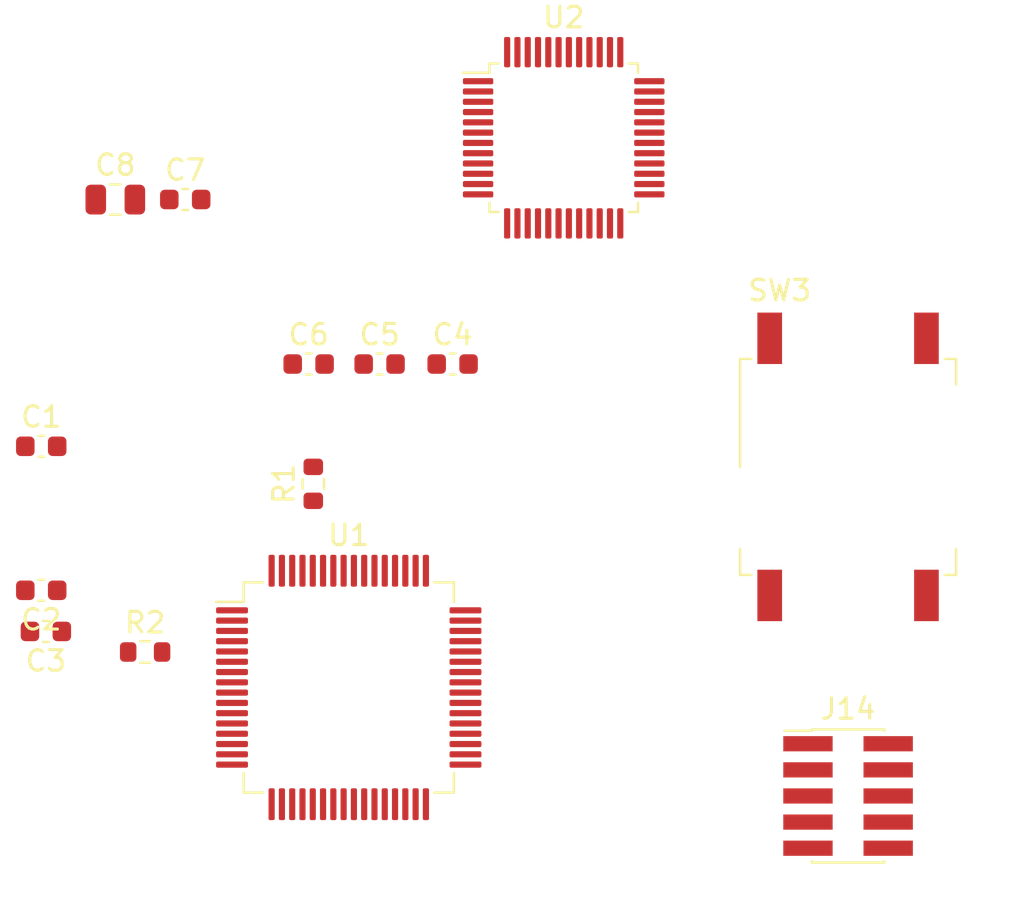
<source format=kicad_pcb>
(kicad_pcb (version 20171130) (host pcbnew "(5.1.7-0-10_14)")

  (general
    (thickness 1.6)
    (drawings 0)
    (tracks 0)
    (zones 0)
    (modules 14)
    (nets 12)
  )

  (page A4)
  (layers
    (0 F.Cu signal)
    (31 B.Cu signal)
    (32 B.Adhes user)
    (33 F.Adhes user)
    (34 B.Paste user)
    (35 F.Paste user)
    (36 B.SilkS user)
    (37 F.SilkS user)
    (38 B.Mask user)
    (39 F.Mask user)
    (40 Dwgs.User user)
    (41 Cmts.User user)
    (42 Eco1.User user)
    (43 Eco2.User user)
    (44 Edge.Cuts user)
    (45 Margin user)
    (46 B.CrtYd user)
    (47 F.CrtYd user)
    (48 B.Fab user)
    (49 F.Fab user)
  )

  (setup
    (last_trace_width 0.25)
    (trace_clearance 0.2)
    (zone_clearance 0.508)
    (zone_45_only no)
    (trace_min 0.2)
    (via_size 0.8)
    (via_drill 0.4)
    (via_min_size 0.4)
    (via_min_drill 0.3)
    (uvia_size 0.3)
    (uvia_drill 0.1)
    (uvias_allowed no)
    (uvia_min_size 0.2)
    (uvia_min_drill 0.1)
    (edge_width 0.05)
    (segment_width 0.2)
    (pcb_text_width 0.3)
    (pcb_text_size 1.5 1.5)
    (mod_edge_width 0.12)
    (mod_text_size 1 1)
    (mod_text_width 0.15)
    (pad_size 1.524 1.524)
    (pad_drill 0.762)
    (pad_to_mask_clearance 0)
    (aux_axis_origin 0 0)
    (visible_elements FFFFFF7F)
    (pcbplotparams
      (layerselection 0x010fc_ffffffff)
      (usegerberextensions false)
      (usegerberattributes true)
      (usegerberadvancedattributes true)
      (creategerberjobfile true)
      (excludeedgelayer true)
      (linewidth 0.100000)
      (plotframeref false)
      (viasonmask false)
      (mode 1)
      (useauxorigin false)
      (hpglpennumber 1)
      (hpglpenspeed 20)
      (hpglpendiameter 15.000000)
      (psnegative false)
      (psa4output false)
      (plotreference true)
      (plotvalue true)
      (plotinvisibletext false)
      (padsonsilk false)
      (subtractmaskfromsilk false)
      (outputformat 1)
      (mirror false)
      (drillshape 1)
      (scaleselection 1)
      (outputdirectory ""))
  )

  (net 0 "")
  (net 1 +3V3)
  (net 2 GND)
  (net 3 "Net-(R1-Pad1)")
  (net 4 VDDA)
  (net 5 GNDA)
  (net 6 /NRST)
  (net 7 "Net-(C3-Pad1)")
  (net 8 "Net-(C2-Pad1)")
  (net 9 /SWCLK)
  (net 10 /SWDIO)
  (net 11 "Net-(R2-Pad2)")

  (net_class Default "This is the default net class."
    (clearance 0.2)
    (trace_width 0.25)
    (via_dia 0.8)
    (via_drill 0.4)
    (uvia_dia 0.3)
    (uvia_drill 0.1)
    (add_net +3V3)
    (add_net /NRST)
    (add_net /SWCLK)
    (add_net /SWDIO)
    (add_net GND)
    (add_net GNDA)
    (add_net "Net-(C2-Pad1)")
    (add_net "Net-(C3-Pad1)")
    (add_net "Net-(J14-Pad6)")
    (add_net "Net-(J14-Pad7)")
    (add_net "Net-(J14-Pad8)")
    (add_net "Net-(R1-Pad1)")
    (add_net "Net-(R2-Pad2)")
    (add_net "Net-(U1-Pad10)")
    (add_net "Net-(U1-Pad11)")
    (add_net "Net-(U1-Pad14)")
    (add_net "Net-(U1-Pad15)")
    (add_net "Net-(U1-Pad16)")
    (add_net "Net-(U1-Pad17)")
    (add_net "Net-(U1-Pad18)")
    (add_net "Net-(U1-Pad19)")
    (add_net "Net-(U1-Pad2)")
    (add_net "Net-(U1-Pad20)")
    (add_net "Net-(U1-Pad21)")
    (add_net "Net-(U1-Pad22)")
    (add_net "Net-(U1-Pad23)")
    (add_net "Net-(U1-Pad24)")
    (add_net "Net-(U1-Pad25)")
    (add_net "Net-(U1-Pad26)")
    (add_net "Net-(U1-Pad27)")
    (add_net "Net-(U1-Pad28)")
    (add_net "Net-(U1-Pad29)")
    (add_net "Net-(U1-Pad3)")
    (add_net "Net-(U1-Pad30)")
    (add_net "Net-(U1-Pad33)")
    (add_net "Net-(U1-Pad34)")
    (add_net "Net-(U1-Pad35)")
    (add_net "Net-(U1-Pad36)")
    (add_net "Net-(U1-Pad37)")
    (add_net "Net-(U1-Pad38)")
    (add_net "Net-(U1-Pad39)")
    (add_net "Net-(U1-Pad4)")
    (add_net "Net-(U1-Pad40)")
    (add_net "Net-(U1-Pad41)")
    (add_net "Net-(U1-Pad42)")
    (add_net "Net-(U1-Pad43)")
    (add_net "Net-(U1-Pad44)")
    (add_net "Net-(U1-Pad45)")
    (add_net "Net-(U1-Pad47)")
    (add_net "Net-(U1-Pad48)")
    (add_net "Net-(U1-Pad50)")
    (add_net "Net-(U1-Pad51)")
    (add_net "Net-(U1-Pad52)")
    (add_net "Net-(U1-Pad53)")
    (add_net "Net-(U1-Pad54)")
    (add_net "Net-(U1-Pad55)")
    (add_net "Net-(U1-Pad56)")
    (add_net "Net-(U1-Pad57)")
    (add_net "Net-(U1-Pad58)")
    (add_net "Net-(U1-Pad59)")
    (add_net "Net-(U1-Pad61)")
    (add_net "Net-(U1-Pad62)")
    (add_net "Net-(U1-Pad8)")
    (add_net "Net-(U1-Pad9)")
    (add_net "Net-(U2-Pad1)")
    (add_net "Net-(U2-Pad10)")
    (add_net "Net-(U2-Pad11)")
    (add_net "Net-(U2-Pad12)")
    (add_net "Net-(U2-Pad13)")
    (add_net "Net-(U2-Pad14)")
    (add_net "Net-(U2-Pad15)")
    (add_net "Net-(U2-Pad16)")
    (add_net "Net-(U2-Pad17)")
    (add_net "Net-(U2-Pad18)")
    (add_net "Net-(U2-Pad19)")
    (add_net "Net-(U2-Pad2)")
    (add_net "Net-(U2-Pad20)")
    (add_net "Net-(U2-Pad21)")
    (add_net "Net-(U2-Pad22)")
    (add_net "Net-(U2-Pad23)")
    (add_net "Net-(U2-Pad24)")
    (add_net "Net-(U2-Pad25)")
    (add_net "Net-(U2-Pad26)")
    (add_net "Net-(U2-Pad27)")
    (add_net "Net-(U2-Pad28)")
    (add_net "Net-(U2-Pad29)")
    (add_net "Net-(U2-Pad3)")
    (add_net "Net-(U2-Pad30)")
    (add_net "Net-(U2-Pad31)")
    (add_net "Net-(U2-Pad32)")
    (add_net "Net-(U2-Pad33)")
    (add_net "Net-(U2-Pad34)")
    (add_net "Net-(U2-Pad35)")
    (add_net "Net-(U2-Pad36)")
    (add_net "Net-(U2-Pad37)")
    (add_net "Net-(U2-Pad38)")
    (add_net "Net-(U2-Pad39)")
    (add_net "Net-(U2-Pad4)")
    (add_net "Net-(U2-Pad40)")
    (add_net "Net-(U2-Pad41)")
    (add_net "Net-(U2-Pad42)")
    (add_net "Net-(U2-Pad43)")
    (add_net "Net-(U2-Pad44)")
    (add_net "Net-(U2-Pad45)")
    (add_net "Net-(U2-Pad46)")
    (add_net "Net-(U2-Pad47)")
    (add_net "Net-(U2-Pad48)")
    (add_net "Net-(U2-Pad5)")
    (add_net "Net-(U2-Pad6)")
    (add_net "Net-(U2-Pad7)")
    (add_net "Net-(U2-Pad8)")
    (add_net "Net-(U2-Pad9)")
    (add_net VDDA)
  )

  (module Package_QFP:LQFP-48_7x7mm_P0.5mm (layer F.Cu) (tedit 5D9F72AF) (tstamp 5F8550F6)
    (at 137.175001 67)
    (descr "LQFP, 48 Pin (https://www.analog.com/media/en/technical-documentation/data-sheets/ltc2358-16.pdf), generated with kicad-footprint-generator ipc_gullwing_generator.py")
    (tags "LQFP QFP")
    (path /5F8F17A6)
    (attr smd)
    (fp_text reference U2 (at 0 -5.85) (layer F.SilkS)
      (effects (font (size 1 1) (thickness 0.15)))
    )
    (fp_text value STM32F070CBTx (at 0 5.85) (layer F.Fab)
      (effects (font (size 1 1) (thickness 0.15)))
    )
    (fp_text user %R (at 0 0) (layer F.Fab)
      (effects (font (size 1 1) (thickness 0.15)))
    )
    (fp_line (start 3.16 3.61) (end 3.61 3.61) (layer F.SilkS) (width 0.12))
    (fp_line (start 3.61 3.61) (end 3.61 3.16) (layer F.SilkS) (width 0.12))
    (fp_line (start -3.16 3.61) (end -3.61 3.61) (layer F.SilkS) (width 0.12))
    (fp_line (start -3.61 3.61) (end -3.61 3.16) (layer F.SilkS) (width 0.12))
    (fp_line (start 3.16 -3.61) (end 3.61 -3.61) (layer F.SilkS) (width 0.12))
    (fp_line (start 3.61 -3.61) (end 3.61 -3.16) (layer F.SilkS) (width 0.12))
    (fp_line (start -3.16 -3.61) (end -3.61 -3.61) (layer F.SilkS) (width 0.12))
    (fp_line (start -3.61 -3.61) (end -3.61 -3.16) (layer F.SilkS) (width 0.12))
    (fp_line (start -3.61 -3.16) (end -4.9 -3.16) (layer F.SilkS) (width 0.12))
    (fp_line (start -2.5 -3.5) (end 3.5 -3.5) (layer F.Fab) (width 0.1))
    (fp_line (start 3.5 -3.5) (end 3.5 3.5) (layer F.Fab) (width 0.1))
    (fp_line (start 3.5 3.5) (end -3.5 3.5) (layer F.Fab) (width 0.1))
    (fp_line (start -3.5 3.5) (end -3.5 -2.5) (layer F.Fab) (width 0.1))
    (fp_line (start -3.5 -2.5) (end -2.5 -3.5) (layer F.Fab) (width 0.1))
    (fp_line (start 0 -5.15) (end -3.15 -5.15) (layer F.CrtYd) (width 0.05))
    (fp_line (start -3.15 -5.15) (end -3.15 -3.75) (layer F.CrtYd) (width 0.05))
    (fp_line (start -3.15 -3.75) (end -3.75 -3.75) (layer F.CrtYd) (width 0.05))
    (fp_line (start -3.75 -3.75) (end -3.75 -3.15) (layer F.CrtYd) (width 0.05))
    (fp_line (start -3.75 -3.15) (end -5.15 -3.15) (layer F.CrtYd) (width 0.05))
    (fp_line (start -5.15 -3.15) (end -5.15 0) (layer F.CrtYd) (width 0.05))
    (fp_line (start 0 -5.15) (end 3.15 -5.15) (layer F.CrtYd) (width 0.05))
    (fp_line (start 3.15 -5.15) (end 3.15 -3.75) (layer F.CrtYd) (width 0.05))
    (fp_line (start 3.15 -3.75) (end 3.75 -3.75) (layer F.CrtYd) (width 0.05))
    (fp_line (start 3.75 -3.75) (end 3.75 -3.15) (layer F.CrtYd) (width 0.05))
    (fp_line (start 3.75 -3.15) (end 5.15 -3.15) (layer F.CrtYd) (width 0.05))
    (fp_line (start 5.15 -3.15) (end 5.15 0) (layer F.CrtYd) (width 0.05))
    (fp_line (start 0 5.15) (end -3.15 5.15) (layer F.CrtYd) (width 0.05))
    (fp_line (start -3.15 5.15) (end -3.15 3.75) (layer F.CrtYd) (width 0.05))
    (fp_line (start -3.15 3.75) (end -3.75 3.75) (layer F.CrtYd) (width 0.05))
    (fp_line (start -3.75 3.75) (end -3.75 3.15) (layer F.CrtYd) (width 0.05))
    (fp_line (start -3.75 3.15) (end -5.15 3.15) (layer F.CrtYd) (width 0.05))
    (fp_line (start -5.15 3.15) (end -5.15 0) (layer F.CrtYd) (width 0.05))
    (fp_line (start 0 5.15) (end 3.15 5.15) (layer F.CrtYd) (width 0.05))
    (fp_line (start 3.15 5.15) (end 3.15 3.75) (layer F.CrtYd) (width 0.05))
    (fp_line (start 3.15 3.75) (end 3.75 3.75) (layer F.CrtYd) (width 0.05))
    (fp_line (start 3.75 3.75) (end 3.75 3.15) (layer F.CrtYd) (width 0.05))
    (fp_line (start 3.75 3.15) (end 5.15 3.15) (layer F.CrtYd) (width 0.05))
    (fp_line (start 5.15 3.15) (end 5.15 0) (layer F.CrtYd) (width 0.05))
    (pad 48 smd roundrect (at -2.75 -4.1625) (size 0.3 1.475) (layers F.Cu F.Paste F.Mask) (roundrect_rratio 0.25))
    (pad 47 smd roundrect (at -2.25 -4.1625) (size 0.3 1.475) (layers F.Cu F.Paste F.Mask) (roundrect_rratio 0.25))
    (pad 46 smd roundrect (at -1.75 -4.1625) (size 0.3 1.475) (layers F.Cu F.Paste F.Mask) (roundrect_rratio 0.25))
    (pad 45 smd roundrect (at -1.25 -4.1625) (size 0.3 1.475) (layers F.Cu F.Paste F.Mask) (roundrect_rratio 0.25))
    (pad 44 smd roundrect (at -0.75 -4.1625) (size 0.3 1.475) (layers F.Cu F.Paste F.Mask) (roundrect_rratio 0.25))
    (pad 43 smd roundrect (at -0.25 -4.1625) (size 0.3 1.475) (layers F.Cu F.Paste F.Mask) (roundrect_rratio 0.25))
    (pad 42 smd roundrect (at 0.25 -4.1625) (size 0.3 1.475) (layers F.Cu F.Paste F.Mask) (roundrect_rratio 0.25))
    (pad 41 smd roundrect (at 0.75 -4.1625) (size 0.3 1.475) (layers F.Cu F.Paste F.Mask) (roundrect_rratio 0.25))
    (pad 40 smd roundrect (at 1.25 -4.1625) (size 0.3 1.475) (layers F.Cu F.Paste F.Mask) (roundrect_rratio 0.25))
    (pad 39 smd roundrect (at 1.75 -4.1625) (size 0.3 1.475) (layers F.Cu F.Paste F.Mask) (roundrect_rratio 0.25))
    (pad 38 smd roundrect (at 2.25 -4.1625) (size 0.3 1.475) (layers F.Cu F.Paste F.Mask) (roundrect_rratio 0.25))
    (pad 37 smd roundrect (at 2.75 -4.1625) (size 0.3 1.475) (layers F.Cu F.Paste F.Mask) (roundrect_rratio 0.25))
    (pad 36 smd roundrect (at 4.1625 -2.75) (size 1.475 0.3) (layers F.Cu F.Paste F.Mask) (roundrect_rratio 0.25))
    (pad 35 smd roundrect (at 4.1625 -2.25) (size 1.475 0.3) (layers F.Cu F.Paste F.Mask) (roundrect_rratio 0.25))
    (pad 34 smd roundrect (at 4.1625 -1.75) (size 1.475 0.3) (layers F.Cu F.Paste F.Mask) (roundrect_rratio 0.25))
    (pad 33 smd roundrect (at 4.1625 -1.25) (size 1.475 0.3) (layers F.Cu F.Paste F.Mask) (roundrect_rratio 0.25))
    (pad 32 smd roundrect (at 4.1625 -0.75) (size 1.475 0.3) (layers F.Cu F.Paste F.Mask) (roundrect_rratio 0.25))
    (pad 31 smd roundrect (at 4.1625 -0.25) (size 1.475 0.3) (layers F.Cu F.Paste F.Mask) (roundrect_rratio 0.25))
    (pad 30 smd roundrect (at 4.1625 0.25) (size 1.475 0.3) (layers F.Cu F.Paste F.Mask) (roundrect_rratio 0.25))
    (pad 29 smd roundrect (at 4.1625 0.75) (size 1.475 0.3) (layers F.Cu F.Paste F.Mask) (roundrect_rratio 0.25))
    (pad 28 smd roundrect (at 4.1625 1.25) (size 1.475 0.3) (layers F.Cu F.Paste F.Mask) (roundrect_rratio 0.25))
    (pad 27 smd roundrect (at 4.1625 1.75) (size 1.475 0.3) (layers F.Cu F.Paste F.Mask) (roundrect_rratio 0.25))
    (pad 26 smd roundrect (at 4.1625 2.25) (size 1.475 0.3) (layers F.Cu F.Paste F.Mask) (roundrect_rratio 0.25))
    (pad 25 smd roundrect (at 4.1625 2.75) (size 1.475 0.3) (layers F.Cu F.Paste F.Mask) (roundrect_rratio 0.25))
    (pad 24 smd roundrect (at 2.75 4.1625) (size 0.3 1.475) (layers F.Cu F.Paste F.Mask) (roundrect_rratio 0.25))
    (pad 23 smd roundrect (at 2.25 4.1625) (size 0.3 1.475) (layers F.Cu F.Paste F.Mask) (roundrect_rratio 0.25))
    (pad 22 smd roundrect (at 1.75 4.1625) (size 0.3 1.475) (layers F.Cu F.Paste F.Mask) (roundrect_rratio 0.25))
    (pad 21 smd roundrect (at 1.25 4.1625) (size 0.3 1.475) (layers F.Cu F.Paste F.Mask) (roundrect_rratio 0.25))
    (pad 20 smd roundrect (at 0.75 4.1625) (size 0.3 1.475) (layers F.Cu F.Paste F.Mask) (roundrect_rratio 0.25))
    (pad 19 smd roundrect (at 0.25 4.1625) (size 0.3 1.475) (layers F.Cu F.Paste F.Mask) (roundrect_rratio 0.25))
    (pad 18 smd roundrect (at -0.25 4.1625) (size 0.3 1.475) (layers F.Cu F.Paste F.Mask) (roundrect_rratio 0.25))
    (pad 17 smd roundrect (at -0.75 4.1625) (size 0.3 1.475) (layers F.Cu F.Paste F.Mask) (roundrect_rratio 0.25))
    (pad 16 smd roundrect (at -1.25 4.1625) (size 0.3 1.475) (layers F.Cu F.Paste F.Mask) (roundrect_rratio 0.25))
    (pad 15 smd roundrect (at -1.75 4.1625) (size 0.3 1.475) (layers F.Cu F.Paste F.Mask) (roundrect_rratio 0.25))
    (pad 14 smd roundrect (at -2.25 4.1625) (size 0.3 1.475) (layers F.Cu F.Paste F.Mask) (roundrect_rratio 0.25))
    (pad 13 smd roundrect (at -2.75 4.1625) (size 0.3 1.475) (layers F.Cu F.Paste F.Mask) (roundrect_rratio 0.25))
    (pad 12 smd roundrect (at -4.1625 2.75) (size 1.475 0.3) (layers F.Cu F.Paste F.Mask) (roundrect_rratio 0.25))
    (pad 11 smd roundrect (at -4.1625 2.25) (size 1.475 0.3) (layers F.Cu F.Paste F.Mask) (roundrect_rratio 0.25))
    (pad 10 smd roundrect (at -4.1625 1.75) (size 1.475 0.3) (layers F.Cu F.Paste F.Mask) (roundrect_rratio 0.25))
    (pad 9 smd roundrect (at -4.1625 1.25) (size 1.475 0.3) (layers F.Cu F.Paste F.Mask) (roundrect_rratio 0.25))
    (pad 8 smd roundrect (at -4.1625 0.75) (size 1.475 0.3) (layers F.Cu F.Paste F.Mask) (roundrect_rratio 0.25))
    (pad 7 smd roundrect (at -4.1625 0.25) (size 1.475 0.3) (layers F.Cu F.Paste F.Mask) (roundrect_rratio 0.25))
    (pad 6 smd roundrect (at -4.1625 -0.25) (size 1.475 0.3) (layers F.Cu F.Paste F.Mask) (roundrect_rratio 0.25))
    (pad 5 smd roundrect (at -4.1625 -0.75) (size 1.475 0.3) (layers F.Cu F.Paste F.Mask) (roundrect_rratio 0.25))
    (pad 4 smd roundrect (at -4.1625 -1.25) (size 1.475 0.3) (layers F.Cu F.Paste F.Mask) (roundrect_rratio 0.25))
    (pad 3 smd roundrect (at -4.1625 -1.75) (size 1.475 0.3) (layers F.Cu F.Paste F.Mask) (roundrect_rratio 0.25))
    (pad 2 smd roundrect (at -4.1625 -2.25) (size 1.475 0.3) (layers F.Cu F.Paste F.Mask) (roundrect_rratio 0.25))
    (pad 1 smd roundrect (at -4.1625 -2.75) (size 1.475 0.3) (layers F.Cu F.Paste F.Mask) (roundrect_rratio 0.25))
    (model ${KISYS3DMOD}/Package_QFP.3dshapes/LQFP-48_7x7mm_P0.5mm.wrl
      (at (xyz 0 0 0))
      (scale (xyz 1 1 1))
      (rotate (xyz 0 0 0))
    )
  )

  (module Button_Switch_SMD:SW_MEC_5GSH9 (layer F.Cu) (tedit 5A02FC95) (tstamp 5F854400)
    (at 151 83)
    (descr "MEC 5G single pole normally-open tactile switch")
    (tags "switch normally-open pushbutton push-button")
    (path /5F857609)
    (attr smd)
    (fp_text reference SW3 (at -3.325 -8.575 180) (layer F.SilkS)
      (effects (font (size 1 1) (thickness 0.15)))
    )
    (fp_text value SW_MEC_5E (at 0.475 8.825 180) (layer F.Fab)
      (effects (font (size 1 1) (thickness 0.15)))
    )
    (fp_text user %R (at 0 0) (layer F.Fab)
      (effects (font (size 1 1) (thickness 0.15)))
    )
    (fp_line (start -5.3 -7.8) (end 5.3 -7.8) (layer F.CrtYd) (width 0.05))
    (fp_line (start 5.3 -7.8) (end 5.3 7.8) (layer F.CrtYd) (width 0.05))
    (fp_line (start 5.3 7.8) (end -5.3 7.8) (layer F.CrtYd) (width 0.05))
    (fp_line (start -5.3 7.8) (end -5.3 -7.8) (layer F.CrtYd) (width 0.05))
    (fp_line (start 4.7 -5.25) (end 5.25 -5.25) (layer F.SilkS) (width 0.12))
    (fp_line (start 5.25 -5.25) (end 5.25 -4) (layer F.SilkS) (width 0.12))
    (fp_line (start 4.7 5.25) (end 5.25 5.25) (layer F.SilkS) (width 0.12))
    (fp_line (start 5.25 5.25) (end 5.25 4) (layer F.SilkS) (width 0.12))
    (fp_line (start -4.7 -5.25) (end -5.25 -5.25) (layer F.SilkS) (width 0.12))
    (fp_line (start -5.25 -5.25) (end -5.25 0) (layer F.SilkS) (width 0.12))
    (fp_line (start -4.7 5.25) (end -5.25 5.25) (layer F.SilkS) (width 0.12))
    (fp_line (start -5.25 5.25) (end -5.25 4) (layer F.SilkS) (width 0.12))
    (fp_circle (center -3.85 -4.3) (end -3.85 -4.7) (layer F.Fab) (width 0.1))
    (fp_line (start -5 5) (end -5 -5) (layer F.Fab) (width 0.1))
    (fp_line (start -5 -5) (end 5 -5) (layer F.Fab) (width 0.1))
    (fp_line (start 5 -5) (end 5 5) (layer F.Fab) (width 0.1))
    (fp_line (start 5 5) (end -5 5) (layer F.Fab) (width 0.1))
    (pad 2 smd rect (at -3.81 6.25 90) (size 2.5 1.2) (layers F.Cu F.Paste F.Mask)
      (net 2 GND))
    (pad 1 smd rect (at -3.81 -6.25 90) (size 2.5 1.2) (layers F.Cu F.Paste F.Mask)
      (net 2 GND))
    (pad 4 smd rect (at 3.81 6.25 90) (size 2.5 1.2) (layers F.Cu F.Paste F.Mask)
      (net 6 /NRST))
    (pad 3 smd rect (at 3.81 -6.25 90) (size 2.5 1.2) (layers F.Cu F.Paste F.Mask)
      (net 6 /NRST))
    (model ${KISYS3DMOD}/Button_Switch_SMD.3dshapes/SW_MEC_5GSH9.wrl
      (at (xyz 0 0 0))
      (scale (xyz 1 1 1))
      (rotate (xyz 0 0 0))
    )
  )

  (module Resistor_SMD:R_0603_1608Metric (layer F.Cu) (tedit 5F68FEEE) (tstamp 5F852E2A)
    (at 116.825 92)
    (descr "Resistor SMD 0603 (1608 Metric), square (rectangular) end terminal, IPC_7351 nominal, (Body size source: IPC-SM-782 page 72, https://www.pcb-3d.com/wordpress/wp-content/uploads/ipc-sm-782a_amendment_1_and_2.pdf), generated with kicad-footprint-generator")
    (tags resistor)
    (path /5F8B02D5)
    (attr smd)
    (fp_text reference R2 (at 0 -1.43) (layer F.SilkS)
      (effects (font (size 1 1) (thickness 0.15)))
    )
    (fp_text value 390? (at 0 1.43) (layer F.Fab)
      (effects (font (size 1 1) (thickness 0.15)))
    )
    (fp_text user %R (at 0 0) (layer F.Fab)
      (effects (font (size 0.4 0.4) (thickness 0.06)))
    )
    (fp_line (start -0.8 0.4125) (end -0.8 -0.4125) (layer F.Fab) (width 0.1))
    (fp_line (start -0.8 -0.4125) (end 0.8 -0.4125) (layer F.Fab) (width 0.1))
    (fp_line (start 0.8 -0.4125) (end 0.8 0.4125) (layer F.Fab) (width 0.1))
    (fp_line (start 0.8 0.4125) (end -0.8 0.4125) (layer F.Fab) (width 0.1))
    (fp_line (start -0.237258 -0.5225) (end 0.237258 -0.5225) (layer F.SilkS) (width 0.12))
    (fp_line (start -0.237258 0.5225) (end 0.237258 0.5225) (layer F.SilkS) (width 0.12))
    (fp_line (start -1.48 0.73) (end -1.48 -0.73) (layer F.CrtYd) (width 0.05))
    (fp_line (start -1.48 -0.73) (end 1.48 -0.73) (layer F.CrtYd) (width 0.05))
    (fp_line (start 1.48 -0.73) (end 1.48 0.73) (layer F.CrtYd) (width 0.05))
    (fp_line (start 1.48 0.73) (end -1.48 0.73) (layer F.CrtYd) (width 0.05))
    (pad 2 smd roundrect (at 0.825 0) (size 0.8 0.95) (layers F.Cu F.Paste F.Mask) (roundrect_rratio 0.25)
      (net 11 "Net-(R2-Pad2)"))
    (pad 1 smd roundrect (at -0.825 0) (size 0.8 0.95) (layers F.Cu F.Paste F.Mask) (roundrect_rratio 0.25)
      (net 7 "Net-(C3-Pad1)"))
    (model ${KISYS3DMOD}/Resistor_SMD.3dshapes/R_0603_1608Metric.wrl
      (at (xyz 0 0 0))
      (scale (xyz 1 1 1))
      (rotate (xyz 0 0 0))
    )
  )

  (module Resistor_SMD:R_0603_1608Metric (layer F.Cu) (tedit 5F68FEEE) (tstamp 5F852E19)
    (at 125 83.825 90)
    (descr "Resistor SMD 0603 (1608 Metric), square (rectangular) end terminal, IPC_7351 nominal, (Body size source: IPC-SM-782 page 72, https://www.pcb-3d.com/wordpress/wp-content/uploads/ipc-sm-782a_amendment_1_and_2.pdf), generated with kicad-footprint-generator")
    (tags resistor)
    (path /5F85EC8C)
    (attr smd)
    (fp_text reference R1 (at 0 -1.43 90) (layer F.SilkS)
      (effects (font (size 1 1) (thickness 0.15)))
    )
    (fp_text value R_Small (at 0 1.43 90) (layer F.Fab)
      (effects (font (size 1 1) (thickness 0.15)))
    )
    (fp_text user %R (at 0 0 90) (layer F.Fab)
      (effects (font (size 0.4 0.4) (thickness 0.06)))
    )
    (fp_line (start -0.8 0.4125) (end -0.8 -0.4125) (layer F.Fab) (width 0.1))
    (fp_line (start -0.8 -0.4125) (end 0.8 -0.4125) (layer F.Fab) (width 0.1))
    (fp_line (start 0.8 -0.4125) (end 0.8 0.4125) (layer F.Fab) (width 0.1))
    (fp_line (start 0.8 0.4125) (end -0.8 0.4125) (layer F.Fab) (width 0.1))
    (fp_line (start -0.237258 -0.5225) (end 0.237258 -0.5225) (layer F.SilkS) (width 0.12))
    (fp_line (start -0.237258 0.5225) (end 0.237258 0.5225) (layer F.SilkS) (width 0.12))
    (fp_line (start -1.48 0.73) (end -1.48 -0.73) (layer F.CrtYd) (width 0.05))
    (fp_line (start -1.48 -0.73) (end 1.48 -0.73) (layer F.CrtYd) (width 0.05))
    (fp_line (start 1.48 -0.73) (end 1.48 0.73) (layer F.CrtYd) (width 0.05))
    (fp_line (start 1.48 0.73) (end -1.48 0.73) (layer F.CrtYd) (width 0.05))
    (pad 2 smd roundrect (at 0.825 0 90) (size 0.8 0.95) (layers F.Cu F.Paste F.Mask) (roundrect_rratio 0.25)
      (net 2 GND))
    (pad 1 smd roundrect (at -0.825 0 90) (size 0.8 0.95) (layers F.Cu F.Paste F.Mask) (roundrect_rratio 0.25)
      (net 3 "Net-(R1-Pad1)"))
    (model ${KISYS3DMOD}/Resistor_SMD.3dshapes/R_0603_1608Metric.wrl
      (at (xyz 0 0 0))
      (scale (xyz 1 1 1))
      (rotate (xyz 0 0 0))
    )
  )

  (module Capacitor_SMD:C_0805_2012Metric (layer F.Cu) (tedit 5F68FEEE) (tstamp 5F852D90)
    (at 115.375001 70.005001)
    (descr "Capacitor SMD 0805 (2012 Metric), square (rectangular) end terminal, IPC_7351 nominal, (Body size source: IPC-SM-782 page 76, https://www.pcb-3d.com/wordpress/wp-content/uploads/ipc-sm-782a_amendment_1_and_2.pdf, https://docs.google.com/spreadsheets/d/1BsfQQcO9C6DZCsRaXUlFlo91Tg2WpOkGARC1WS5S8t0/edit?usp=sharing), generated with kicad-footprint-generator")
    (tags capacitor)
    (path /5F8C2A9A)
    (attr smd)
    (fp_text reference C8 (at 0 -1.68) (layer F.SilkS)
      (effects (font (size 1 1) (thickness 0.15)))
    )
    (fp_text value 4.7u (at 0 1.68) (layer F.Fab)
      (effects (font (size 1 1) (thickness 0.15)))
    )
    (fp_text user %R (at 0 0) (layer F.Fab)
      (effects (font (size 0.5 0.5) (thickness 0.08)))
    )
    (fp_line (start -1 0.625) (end -1 -0.625) (layer F.Fab) (width 0.1))
    (fp_line (start -1 -0.625) (end 1 -0.625) (layer F.Fab) (width 0.1))
    (fp_line (start 1 -0.625) (end 1 0.625) (layer F.Fab) (width 0.1))
    (fp_line (start 1 0.625) (end -1 0.625) (layer F.Fab) (width 0.1))
    (fp_line (start -0.261252 -0.735) (end 0.261252 -0.735) (layer F.SilkS) (width 0.12))
    (fp_line (start -0.261252 0.735) (end 0.261252 0.735) (layer F.SilkS) (width 0.12))
    (fp_line (start -1.7 0.98) (end -1.7 -0.98) (layer F.CrtYd) (width 0.05))
    (fp_line (start -1.7 -0.98) (end 1.7 -0.98) (layer F.CrtYd) (width 0.05))
    (fp_line (start 1.7 -0.98) (end 1.7 0.98) (layer F.CrtYd) (width 0.05))
    (fp_line (start 1.7 0.98) (end -1.7 0.98) (layer F.CrtYd) (width 0.05))
    (pad 2 smd roundrect (at 0.95 0) (size 1 1.45) (layers F.Cu F.Paste F.Mask) (roundrect_rratio 0.25)
      (net 1 +3V3))
    (pad 1 smd roundrect (at -0.95 0) (size 1 1.45) (layers F.Cu F.Paste F.Mask) (roundrect_rratio 0.25)
      (net 2 GND))
    (model ${KISYS3DMOD}/Capacitor_SMD.3dshapes/C_0805_2012Metric.wrl
      (at (xyz 0 0 0))
      (scale (xyz 1 1 1))
      (rotate (xyz 0 0 0))
    )
  )

  (module Capacitor_SMD:C_0603_1608Metric (layer F.Cu) (tedit 5F68FEEE) (tstamp 5F852D7F)
    (at 118.775 70)
    (descr "Capacitor SMD 0603 (1608 Metric), square (rectangular) end terminal, IPC_7351 nominal, (Body size source: IPC-SM-782 page 76, https://www.pcb-3d.com/wordpress/wp-content/uploads/ipc-sm-782a_amendment_1_and_2.pdf), generated with kicad-footprint-generator")
    (tags capacitor)
    (path /5F8C2336)
    (attr smd)
    (fp_text reference C7 (at 0 -1.43) (layer F.SilkS)
      (effects (font (size 1 1) (thickness 0.15)))
    )
    (fp_text value 100n (at 0 1.43) (layer F.Fab)
      (effects (font (size 1 1) (thickness 0.15)))
    )
    (fp_text user %R (at 0 0) (layer F.Fab)
      (effects (font (size 0.4 0.4) (thickness 0.06)))
    )
    (fp_line (start -0.8 0.4) (end -0.8 -0.4) (layer F.Fab) (width 0.1))
    (fp_line (start -0.8 -0.4) (end 0.8 -0.4) (layer F.Fab) (width 0.1))
    (fp_line (start 0.8 -0.4) (end 0.8 0.4) (layer F.Fab) (width 0.1))
    (fp_line (start 0.8 0.4) (end -0.8 0.4) (layer F.Fab) (width 0.1))
    (fp_line (start -0.14058 -0.51) (end 0.14058 -0.51) (layer F.SilkS) (width 0.12))
    (fp_line (start -0.14058 0.51) (end 0.14058 0.51) (layer F.SilkS) (width 0.12))
    (fp_line (start -1.48 0.73) (end -1.48 -0.73) (layer F.CrtYd) (width 0.05))
    (fp_line (start -1.48 -0.73) (end 1.48 -0.73) (layer F.CrtYd) (width 0.05))
    (fp_line (start 1.48 -0.73) (end 1.48 0.73) (layer F.CrtYd) (width 0.05))
    (fp_line (start 1.48 0.73) (end -1.48 0.73) (layer F.CrtYd) (width 0.05))
    (pad 2 smd roundrect (at 0.775 0) (size 0.9 0.95) (layers F.Cu F.Paste F.Mask) (roundrect_rratio 0.25)
      (net 1 +3V3))
    (pad 1 smd roundrect (at -0.775 0) (size 0.9 0.95) (layers F.Cu F.Paste F.Mask) (roundrect_rratio 0.25)
      (net 2 GND))
    (model ${KISYS3DMOD}/Capacitor_SMD.3dshapes/C_0603_1608Metric.wrl
      (at (xyz 0 0 0))
      (scale (xyz 1 1 1))
      (rotate (xyz 0 0 0))
    )
  )

  (module Capacitor_SMD:C_0603_1608Metric (layer F.Cu) (tedit 5F68FEEE) (tstamp 5F852D6E)
    (at 124.775 78)
    (descr "Capacitor SMD 0603 (1608 Metric), square (rectangular) end terminal, IPC_7351 nominal, (Body size source: IPC-SM-782 page 76, https://www.pcb-3d.com/wordpress/wp-content/uploads/ipc-sm-782a_amendment_1_and_2.pdf), generated with kicad-footprint-generator")
    (tags capacitor)
    (path /5F8C1CFD)
    (attr smd)
    (fp_text reference C6 (at 0 -1.43) (layer F.SilkS)
      (effects (font (size 1 1) (thickness 0.15)))
    )
    (fp_text value 100n (at 0 1.43) (layer F.Fab)
      (effects (font (size 1 1) (thickness 0.15)))
    )
    (fp_text user %R (at 0 0) (layer F.Fab)
      (effects (font (size 0.4 0.4) (thickness 0.06)))
    )
    (fp_line (start -0.8 0.4) (end -0.8 -0.4) (layer F.Fab) (width 0.1))
    (fp_line (start -0.8 -0.4) (end 0.8 -0.4) (layer F.Fab) (width 0.1))
    (fp_line (start 0.8 -0.4) (end 0.8 0.4) (layer F.Fab) (width 0.1))
    (fp_line (start 0.8 0.4) (end -0.8 0.4) (layer F.Fab) (width 0.1))
    (fp_line (start -0.14058 -0.51) (end 0.14058 -0.51) (layer F.SilkS) (width 0.12))
    (fp_line (start -0.14058 0.51) (end 0.14058 0.51) (layer F.SilkS) (width 0.12))
    (fp_line (start -1.48 0.73) (end -1.48 -0.73) (layer F.CrtYd) (width 0.05))
    (fp_line (start -1.48 -0.73) (end 1.48 -0.73) (layer F.CrtYd) (width 0.05))
    (fp_line (start 1.48 -0.73) (end 1.48 0.73) (layer F.CrtYd) (width 0.05))
    (fp_line (start 1.48 0.73) (end -1.48 0.73) (layer F.CrtYd) (width 0.05))
    (pad 2 smd roundrect (at 0.775 0) (size 0.9 0.95) (layers F.Cu F.Paste F.Mask) (roundrect_rratio 0.25)
      (net 1 +3V3))
    (pad 1 smd roundrect (at -0.775 0) (size 0.9 0.95) (layers F.Cu F.Paste F.Mask) (roundrect_rratio 0.25)
      (net 2 GND))
    (model ${KISYS3DMOD}/Capacitor_SMD.3dshapes/C_0603_1608Metric.wrl
      (at (xyz 0 0 0))
      (scale (xyz 1 1 1))
      (rotate (xyz 0 0 0))
    )
  )

  (module Capacitor_SMD:C_0603_1608Metric (layer F.Cu) (tedit 5F68FEEE) (tstamp 5F85479A)
    (at 128.225 78)
    (descr "Capacitor SMD 0603 (1608 Metric), square (rectangular) end terminal, IPC_7351 nominal, (Body size source: IPC-SM-782 page 76, https://www.pcb-3d.com/wordpress/wp-content/uploads/ipc-sm-782a_amendment_1_and_2.pdf), generated with kicad-footprint-generator")
    (tags capacitor)
    (path /5F8BAF13)
    (attr smd)
    (fp_text reference C5 (at 0 -1.43) (layer F.SilkS)
      (effects (font (size 1 1) (thickness 0.15)))
    )
    (fp_text value 10n (at 0 1.43) (layer F.Fab)
      (effects (font (size 1 1) (thickness 0.15)))
    )
    (fp_text user %R (at 0 0) (layer F.Fab)
      (effects (font (size 0.4 0.4) (thickness 0.06)))
    )
    (fp_line (start -0.8 0.4) (end -0.8 -0.4) (layer F.Fab) (width 0.1))
    (fp_line (start -0.8 -0.4) (end 0.8 -0.4) (layer F.Fab) (width 0.1))
    (fp_line (start 0.8 -0.4) (end 0.8 0.4) (layer F.Fab) (width 0.1))
    (fp_line (start 0.8 0.4) (end -0.8 0.4) (layer F.Fab) (width 0.1))
    (fp_line (start -0.14058 -0.51) (end 0.14058 -0.51) (layer F.SilkS) (width 0.12))
    (fp_line (start -0.14058 0.51) (end 0.14058 0.51) (layer F.SilkS) (width 0.12))
    (fp_line (start -1.48 0.73) (end -1.48 -0.73) (layer F.CrtYd) (width 0.05))
    (fp_line (start -1.48 -0.73) (end 1.48 -0.73) (layer F.CrtYd) (width 0.05))
    (fp_line (start 1.48 -0.73) (end 1.48 0.73) (layer F.CrtYd) (width 0.05))
    (fp_line (start 1.48 0.73) (end -1.48 0.73) (layer F.CrtYd) (width 0.05))
    (pad 2 smd roundrect (at 0.775 0) (size 0.9 0.95) (layers F.Cu F.Paste F.Mask) (roundrect_rratio 0.25)
      (net 4 VDDA))
    (pad 1 smd roundrect (at -0.775 0) (size 0.9 0.95) (layers F.Cu F.Paste F.Mask) (roundrect_rratio 0.25)
      (net 5 GNDA))
    (model ${KISYS3DMOD}/Capacitor_SMD.3dshapes/C_0603_1608Metric.wrl
      (at (xyz 0 0 0))
      (scale (xyz 1 1 1))
      (rotate (xyz 0 0 0))
    )
  )

  (module Capacitor_SMD:C_0603_1608Metric (layer F.Cu) (tedit 5F68FEEE) (tstamp 5F852D4C)
    (at 131.775 78)
    (descr "Capacitor SMD 0603 (1608 Metric), square (rectangular) end terminal, IPC_7351 nominal, (Body size source: IPC-SM-782 page 76, https://www.pcb-3d.com/wordpress/wp-content/uploads/ipc-sm-782a_amendment_1_and_2.pdf), generated with kicad-footprint-generator")
    (tags capacitor)
    (path /5F8B6D3F)
    (attr smd)
    (fp_text reference C4 (at 0 -1.43) (layer F.SilkS)
      (effects (font (size 1 1) (thickness 0.15)))
    )
    (fp_text value 1u (at 0 1.43) (layer F.Fab)
      (effects (font (size 1 1) (thickness 0.15)))
    )
    (fp_text user %R (at 0 0) (layer F.Fab)
      (effects (font (size 0.4 0.4) (thickness 0.06)))
    )
    (fp_line (start -0.8 0.4) (end -0.8 -0.4) (layer F.Fab) (width 0.1))
    (fp_line (start -0.8 -0.4) (end 0.8 -0.4) (layer F.Fab) (width 0.1))
    (fp_line (start 0.8 -0.4) (end 0.8 0.4) (layer F.Fab) (width 0.1))
    (fp_line (start 0.8 0.4) (end -0.8 0.4) (layer F.Fab) (width 0.1))
    (fp_line (start -0.14058 -0.51) (end 0.14058 -0.51) (layer F.SilkS) (width 0.12))
    (fp_line (start -0.14058 0.51) (end 0.14058 0.51) (layer F.SilkS) (width 0.12))
    (fp_line (start -1.48 0.73) (end -1.48 -0.73) (layer F.CrtYd) (width 0.05))
    (fp_line (start -1.48 -0.73) (end 1.48 -0.73) (layer F.CrtYd) (width 0.05))
    (fp_line (start 1.48 -0.73) (end 1.48 0.73) (layer F.CrtYd) (width 0.05))
    (fp_line (start 1.48 0.73) (end -1.48 0.73) (layer F.CrtYd) (width 0.05))
    (pad 2 smd roundrect (at 0.775 0) (size 0.9 0.95) (layers F.Cu F.Paste F.Mask) (roundrect_rratio 0.25)
      (net 4 VDDA))
    (pad 1 smd roundrect (at -0.775 0) (size 0.9 0.95) (layers F.Cu F.Paste F.Mask) (roundrect_rratio 0.25)
      (net 5 GNDA))
    (model ${KISYS3DMOD}/Capacitor_SMD.3dshapes/C_0603_1608Metric.wrl
      (at (xyz 0 0 0))
      (scale (xyz 1 1 1))
      (rotate (xyz 0 0 0))
    )
  )

  (module Capacitor_SMD:C_0603_1608Metric (layer F.Cu) (tedit 5F68FEEE) (tstamp 5F8549F2)
    (at 112 91 180)
    (descr "Capacitor SMD 0603 (1608 Metric), square (rectangular) end terminal, IPC_7351 nominal, (Body size source: IPC-SM-782 page 76, https://www.pcb-3d.com/wordpress/wp-content/uploads/ipc-sm-782a_amendment_1_and_2.pdf), generated with kicad-footprint-generator")
    (tags capacitor)
    (path /5F854CCF)
    (attr smd)
    (fp_text reference C3 (at 0 -1.43) (layer F.SilkS)
      (effects (font (size 1 1) (thickness 0.15)))
    )
    (fp_text value 20p? (at 0 1.43) (layer F.Fab)
      (effects (font (size 1 1) (thickness 0.15)))
    )
    (fp_text user %R (at 0 0) (layer F.Fab)
      (effects (font (size 0.4 0.4) (thickness 0.06)))
    )
    (fp_line (start -0.8 0.4) (end -0.8 -0.4) (layer F.Fab) (width 0.1))
    (fp_line (start -0.8 -0.4) (end 0.8 -0.4) (layer F.Fab) (width 0.1))
    (fp_line (start 0.8 -0.4) (end 0.8 0.4) (layer F.Fab) (width 0.1))
    (fp_line (start 0.8 0.4) (end -0.8 0.4) (layer F.Fab) (width 0.1))
    (fp_line (start -0.14058 -0.51) (end 0.14058 -0.51) (layer F.SilkS) (width 0.12))
    (fp_line (start -0.14058 0.51) (end 0.14058 0.51) (layer F.SilkS) (width 0.12))
    (fp_line (start -1.48 0.73) (end -1.48 -0.73) (layer F.CrtYd) (width 0.05))
    (fp_line (start -1.48 -0.73) (end 1.48 -0.73) (layer F.CrtYd) (width 0.05))
    (fp_line (start 1.48 -0.73) (end 1.48 0.73) (layer F.CrtYd) (width 0.05))
    (fp_line (start 1.48 0.73) (end -1.48 0.73) (layer F.CrtYd) (width 0.05))
    (pad 2 smd roundrect (at 0.775 0 180) (size 0.9 0.95) (layers F.Cu F.Paste F.Mask) (roundrect_rratio 0.25)
      (net 2 GND))
    (pad 1 smd roundrect (at -0.775 0 180) (size 0.9 0.95) (layers F.Cu F.Paste F.Mask) (roundrect_rratio 0.25)
      (net 7 "Net-(C3-Pad1)"))
    (model ${KISYS3DMOD}/Capacitor_SMD.3dshapes/C_0603_1608Metric.wrl
      (at (xyz 0 0 0))
      (scale (xyz 1 1 1))
      (rotate (xyz 0 0 0))
    )
  )

  (module Capacitor_SMD:C_0603_1608Metric (layer F.Cu) (tedit 5F68FEEE) (tstamp 5F852D2A)
    (at 111.775 89 180)
    (descr "Capacitor SMD 0603 (1608 Metric), square (rectangular) end terminal, IPC_7351 nominal, (Body size source: IPC-SM-782 page 76, https://www.pcb-3d.com/wordpress/wp-content/uploads/ipc-sm-782a_amendment_1_and_2.pdf), generated with kicad-footprint-generator")
    (tags capacitor)
    (path /5F85419C)
    (attr smd)
    (fp_text reference C2 (at 0 -1.43) (layer F.SilkS)
      (effects (font (size 1 1) (thickness 0.15)))
    )
    (fp_text value 20p? (at 0 1.43) (layer F.Fab)
      (effects (font (size 1 1) (thickness 0.15)))
    )
    (fp_text user %R (at 0 0) (layer F.Fab)
      (effects (font (size 0.4 0.4) (thickness 0.06)))
    )
    (fp_line (start -0.8 0.4) (end -0.8 -0.4) (layer F.Fab) (width 0.1))
    (fp_line (start -0.8 -0.4) (end 0.8 -0.4) (layer F.Fab) (width 0.1))
    (fp_line (start 0.8 -0.4) (end 0.8 0.4) (layer F.Fab) (width 0.1))
    (fp_line (start 0.8 0.4) (end -0.8 0.4) (layer F.Fab) (width 0.1))
    (fp_line (start -0.14058 -0.51) (end 0.14058 -0.51) (layer F.SilkS) (width 0.12))
    (fp_line (start -0.14058 0.51) (end 0.14058 0.51) (layer F.SilkS) (width 0.12))
    (fp_line (start -1.48 0.73) (end -1.48 -0.73) (layer F.CrtYd) (width 0.05))
    (fp_line (start -1.48 -0.73) (end 1.48 -0.73) (layer F.CrtYd) (width 0.05))
    (fp_line (start 1.48 -0.73) (end 1.48 0.73) (layer F.CrtYd) (width 0.05))
    (fp_line (start 1.48 0.73) (end -1.48 0.73) (layer F.CrtYd) (width 0.05))
    (pad 2 smd roundrect (at 0.775 0 180) (size 0.9 0.95) (layers F.Cu F.Paste F.Mask) (roundrect_rratio 0.25)
      (net 2 GND))
    (pad 1 smd roundrect (at -0.775 0 180) (size 0.9 0.95) (layers F.Cu F.Paste F.Mask) (roundrect_rratio 0.25)
      (net 8 "Net-(C2-Pad1)"))
    (model ${KISYS3DMOD}/Capacitor_SMD.3dshapes/C_0603_1608Metric.wrl
      (at (xyz 0 0 0))
      (scale (xyz 1 1 1))
      (rotate (xyz 0 0 0))
    )
  )

  (module Capacitor_SMD:C_0603_1608Metric (layer F.Cu) (tedit 5F68FEEE) (tstamp 5F85481C)
    (at 111.775 82)
    (descr "Capacitor SMD 0603 (1608 Metric), square (rectangular) end terminal, IPC_7351 nominal, (Body size source: IPC-SM-782 page 76, https://www.pcb-3d.com/wordpress/wp-content/uploads/ipc-sm-782a_amendment_1_and_2.pdf), generated with kicad-footprint-generator")
    (tags capacitor)
    (path /5F8590E9)
    (attr smd)
    (fp_text reference C1 (at 0 -1.43) (layer F.SilkS)
      (effects (font (size 1 1) (thickness 0.15)))
    )
    (fp_text value 100n (at 0 1.43) (layer F.Fab)
      (effects (font (size 1 1) (thickness 0.15)))
    )
    (fp_text user %R (at 0 0) (layer F.Fab)
      (effects (font (size 0.4 0.4) (thickness 0.06)))
    )
    (fp_line (start -0.8 0.4) (end -0.8 -0.4) (layer F.Fab) (width 0.1))
    (fp_line (start -0.8 -0.4) (end 0.8 -0.4) (layer F.Fab) (width 0.1))
    (fp_line (start 0.8 -0.4) (end 0.8 0.4) (layer F.Fab) (width 0.1))
    (fp_line (start 0.8 0.4) (end -0.8 0.4) (layer F.Fab) (width 0.1))
    (fp_line (start -0.14058 -0.51) (end 0.14058 -0.51) (layer F.SilkS) (width 0.12))
    (fp_line (start -0.14058 0.51) (end 0.14058 0.51) (layer F.SilkS) (width 0.12))
    (fp_line (start -1.48 0.73) (end -1.48 -0.73) (layer F.CrtYd) (width 0.05))
    (fp_line (start -1.48 -0.73) (end 1.48 -0.73) (layer F.CrtYd) (width 0.05))
    (fp_line (start 1.48 -0.73) (end 1.48 0.73) (layer F.CrtYd) (width 0.05))
    (fp_line (start 1.48 0.73) (end -1.48 0.73) (layer F.CrtYd) (width 0.05))
    (pad 2 smd roundrect (at 0.775 0) (size 0.9 0.95) (layers F.Cu F.Paste F.Mask) (roundrect_rratio 0.25)
      (net 2 GND))
    (pad 1 smd roundrect (at -0.775 0) (size 0.9 0.95) (layers F.Cu F.Paste F.Mask) (roundrect_rratio 0.25)
      (net 6 /NRST))
    (model ${KISYS3DMOD}/Capacitor_SMD.3dshapes/C_0603_1608Metric.wrl
      (at (xyz 0 0 0))
      (scale (xyz 1 1 1))
      (rotate (xyz 0 0 0))
    )
  )

  (module Connector_PinHeader_1.27mm:PinHeader_2x05_P1.27mm_Vertical_SMD (layer F.Cu) (tedit 59FED6E3) (tstamp 5F854556)
    (at 151 99)
    (descr "surface-mounted straight pin header, 2x05, 1.27mm pitch, double rows")
    (tags "Surface mounted pin header SMD 2x05 1.27mm double row")
    (path /5F86D64E)
    (attr smd)
    (fp_text reference J14 (at 0 -4.235) (layer F.SilkS)
      (effects (font (size 1 1) (thickness 0.15)))
    )
    (fp_text value Conn_02x05_Odd_Even (at 0 4.235) (layer F.Fab)
      (effects (font (size 1 1) (thickness 0.15)))
    )
    (fp_text user %R (at 0 0 90) (layer F.Fab)
      (effects (font (size 1 1) (thickness 0.15)))
    )
    (fp_line (start 1.705 3.175) (end -1.705 3.175) (layer F.Fab) (width 0.1))
    (fp_line (start -1.27 -3.175) (end 1.705 -3.175) (layer F.Fab) (width 0.1))
    (fp_line (start -1.705 3.175) (end -1.705 -2.74) (layer F.Fab) (width 0.1))
    (fp_line (start -1.705 -2.74) (end -1.27 -3.175) (layer F.Fab) (width 0.1))
    (fp_line (start 1.705 -3.175) (end 1.705 3.175) (layer F.Fab) (width 0.1))
    (fp_line (start -1.705 -2.74) (end -2.75 -2.74) (layer F.Fab) (width 0.1))
    (fp_line (start -2.75 -2.74) (end -2.75 -2.34) (layer F.Fab) (width 0.1))
    (fp_line (start -2.75 -2.34) (end -1.705 -2.34) (layer F.Fab) (width 0.1))
    (fp_line (start 1.705 -2.74) (end 2.75 -2.74) (layer F.Fab) (width 0.1))
    (fp_line (start 2.75 -2.74) (end 2.75 -2.34) (layer F.Fab) (width 0.1))
    (fp_line (start 2.75 -2.34) (end 1.705 -2.34) (layer F.Fab) (width 0.1))
    (fp_line (start -1.705 -1.47) (end -2.75 -1.47) (layer F.Fab) (width 0.1))
    (fp_line (start -2.75 -1.47) (end -2.75 -1.07) (layer F.Fab) (width 0.1))
    (fp_line (start -2.75 -1.07) (end -1.705 -1.07) (layer F.Fab) (width 0.1))
    (fp_line (start 1.705 -1.47) (end 2.75 -1.47) (layer F.Fab) (width 0.1))
    (fp_line (start 2.75 -1.47) (end 2.75 -1.07) (layer F.Fab) (width 0.1))
    (fp_line (start 2.75 -1.07) (end 1.705 -1.07) (layer F.Fab) (width 0.1))
    (fp_line (start -1.705 -0.2) (end -2.75 -0.2) (layer F.Fab) (width 0.1))
    (fp_line (start -2.75 -0.2) (end -2.75 0.2) (layer F.Fab) (width 0.1))
    (fp_line (start -2.75 0.2) (end -1.705 0.2) (layer F.Fab) (width 0.1))
    (fp_line (start 1.705 -0.2) (end 2.75 -0.2) (layer F.Fab) (width 0.1))
    (fp_line (start 2.75 -0.2) (end 2.75 0.2) (layer F.Fab) (width 0.1))
    (fp_line (start 2.75 0.2) (end 1.705 0.2) (layer F.Fab) (width 0.1))
    (fp_line (start -1.705 1.07) (end -2.75 1.07) (layer F.Fab) (width 0.1))
    (fp_line (start -2.75 1.07) (end -2.75 1.47) (layer F.Fab) (width 0.1))
    (fp_line (start -2.75 1.47) (end -1.705 1.47) (layer F.Fab) (width 0.1))
    (fp_line (start 1.705 1.07) (end 2.75 1.07) (layer F.Fab) (width 0.1))
    (fp_line (start 2.75 1.07) (end 2.75 1.47) (layer F.Fab) (width 0.1))
    (fp_line (start 2.75 1.47) (end 1.705 1.47) (layer F.Fab) (width 0.1))
    (fp_line (start -1.705 2.34) (end -2.75 2.34) (layer F.Fab) (width 0.1))
    (fp_line (start -2.75 2.34) (end -2.75 2.74) (layer F.Fab) (width 0.1))
    (fp_line (start -2.75 2.74) (end -1.705 2.74) (layer F.Fab) (width 0.1))
    (fp_line (start 1.705 2.34) (end 2.75 2.34) (layer F.Fab) (width 0.1))
    (fp_line (start 2.75 2.34) (end 2.75 2.74) (layer F.Fab) (width 0.1))
    (fp_line (start 2.75 2.74) (end 1.705 2.74) (layer F.Fab) (width 0.1))
    (fp_line (start -1.765 -3.235) (end 1.765 -3.235) (layer F.SilkS) (width 0.12))
    (fp_line (start -1.765 3.235) (end 1.765 3.235) (layer F.SilkS) (width 0.12))
    (fp_line (start -3.09 -3.17) (end -1.765 -3.17) (layer F.SilkS) (width 0.12))
    (fp_line (start -1.765 -3.235) (end -1.765 -3.17) (layer F.SilkS) (width 0.12))
    (fp_line (start 1.765 -3.235) (end 1.765 -3.17) (layer F.SilkS) (width 0.12))
    (fp_line (start -1.765 3.17) (end -1.765 3.235) (layer F.SilkS) (width 0.12))
    (fp_line (start 1.765 3.17) (end 1.765 3.235) (layer F.SilkS) (width 0.12))
    (fp_line (start -4.3 -3.7) (end -4.3 3.7) (layer F.CrtYd) (width 0.05))
    (fp_line (start -4.3 3.7) (end 4.3 3.7) (layer F.CrtYd) (width 0.05))
    (fp_line (start 4.3 3.7) (end 4.3 -3.7) (layer F.CrtYd) (width 0.05))
    (fp_line (start 4.3 -3.7) (end -4.3 -3.7) (layer F.CrtYd) (width 0.05))
    (pad 10 smd rect (at 1.95 2.54) (size 2.4 0.74) (layers F.Cu F.Paste F.Mask)
      (net 6 /NRST))
    (pad 9 smd rect (at -1.95 2.54) (size 2.4 0.74) (layers F.Cu F.Paste F.Mask)
      (net 2 GND))
    (pad 8 smd rect (at 1.95 1.27) (size 2.4 0.74) (layers F.Cu F.Paste F.Mask))
    (pad 7 smd rect (at -1.95 1.27) (size 2.4 0.74) (layers F.Cu F.Paste F.Mask))
    (pad 6 smd rect (at 1.95 0) (size 2.4 0.74) (layers F.Cu F.Paste F.Mask))
    (pad 5 smd rect (at -1.95 0) (size 2.4 0.74) (layers F.Cu F.Paste F.Mask)
      (net 2 GND))
    (pad 4 smd rect (at 1.95 -1.27) (size 2.4 0.74) (layers F.Cu F.Paste F.Mask)
      (net 9 /SWCLK))
    (pad 3 smd rect (at -1.95 -1.27) (size 2.4 0.74) (layers F.Cu F.Paste F.Mask)
      (net 2 GND))
    (pad 2 smd rect (at 1.95 -2.54) (size 2.4 0.74) (layers F.Cu F.Paste F.Mask)
      (net 10 /SWDIO))
    (pad 1 smd rect (at -1.95 -2.54) (size 2.4 0.74) (layers F.Cu F.Paste F.Mask)
      (net 1 +3V3))
    (model ${KISYS3DMOD}/Connector_PinHeader_1.27mm.3dshapes/PinHeader_2x05_P1.27mm_Vertical_SMD.wrl
      (at (xyz 0 0 0))
      (scale (xyz 1 1 1))
      (rotate (xyz 0 0 0))
    )
  )

  (module Package_QFP:LQFP-64_10x10mm_P0.5mm (layer F.Cu) (tedit 5D9F72AF) (tstamp 5F84BCC8)
    (at 126.725001 93.725001)
    (descr "LQFP, 64 Pin (https://www.analog.com/media/en/technical-documentation/data-sheets/ad7606_7606-6_7606-4.pdf), generated with kicad-footprint-generator ipc_gullwing_generator.py")
    (tags "LQFP QFP")
    (path /5F84B8FE)
    (attr smd)
    (fp_text reference U1 (at 0 -7.4) (layer F.SilkS)
      (effects (font (size 1 1) (thickness 0.15)))
    )
    (fp_text value STM32F030R8Tx (at 0 7.4) (layer F.Fab)
      (effects (font (size 1 1) (thickness 0.15)))
    )
    (fp_text user %R (at 0 0) (layer F.Fab)
      (effects (font (size 1 1) (thickness 0.15)))
    )
    (fp_line (start 4.16 5.11) (end 5.11 5.11) (layer F.SilkS) (width 0.12))
    (fp_line (start 5.11 5.11) (end 5.11 4.16) (layer F.SilkS) (width 0.12))
    (fp_line (start -4.16 5.11) (end -5.11 5.11) (layer F.SilkS) (width 0.12))
    (fp_line (start -5.11 5.11) (end -5.11 4.16) (layer F.SilkS) (width 0.12))
    (fp_line (start 4.16 -5.11) (end 5.11 -5.11) (layer F.SilkS) (width 0.12))
    (fp_line (start 5.11 -5.11) (end 5.11 -4.16) (layer F.SilkS) (width 0.12))
    (fp_line (start -4.16 -5.11) (end -5.11 -5.11) (layer F.SilkS) (width 0.12))
    (fp_line (start -5.11 -5.11) (end -5.11 -4.16) (layer F.SilkS) (width 0.12))
    (fp_line (start -5.11 -4.16) (end -6.45 -4.16) (layer F.SilkS) (width 0.12))
    (fp_line (start -4 -5) (end 5 -5) (layer F.Fab) (width 0.1))
    (fp_line (start 5 -5) (end 5 5) (layer F.Fab) (width 0.1))
    (fp_line (start 5 5) (end -5 5) (layer F.Fab) (width 0.1))
    (fp_line (start -5 5) (end -5 -4) (layer F.Fab) (width 0.1))
    (fp_line (start -5 -4) (end -4 -5) (layer F.Fab) (width 0.1))
    (fp_line (start 0 -6.7) (end -4.15 -6.7) (layer F.CrtYd) (width 0.05))
    (fp_line (start -4.15 -6.7) (end -4.15 -5.25) (layer F.CrtYd) (width 0.05))
    (fp_line (start -4.15 -5.25) (end -5.25 -5.25) (layer F.CrtYd) (width 0.05))
    (fp_line (start -5.25 -5.25) (end -5.25 -4.15) (layer F.CrtYd) (width 0.05))
    (fp_line (start -5.25 -4.15) (end -6.7 -4.15) (layer F.CrtYd) (width 0.05))
    (fp_line (start -6.7 -4.15) (end -6.7 0) (layer F.CrtYd) (width 0.05))
    (fp_line (start 0 -6.7) (end 4.15 -6.7) (layer F.CrtYd) (width 0.05))
    (fp_line (start 4.15 -6.7) (end 4.15 -5.25) (layer F.CrtYd) (width 0.05))
    (fp_line (start 4.15 -5.25) (end 5.25 -5.25) (layer F.CrtYd) (width 0.05))
    (fp_line (start 5.25 -5.25) (end 5.25 -4.15) (layer F.CrtYd) (width 0.05))
    (fp_line (start 5.25 -4.15) (end 6.7 -4.15) (layer F.CrtYd) (width 0.05))
    (fp_line (start 6.7 -4.15) (end 6.7 0) (layer F.CrtYd) (width 0.05))
    (fp_line (start 0 6.7) (end -4.15 6.7) (layer F.CrtYd) (width 0.05))
    (fp_line (start -4.15 6.7) (end -4.15 5.25) (layer F.CrtYd) (width 0.05))
    (fp_line (start -4.15 5.25) (end -5.25 5.25) (layer F.CrtYd) (width 0.05))
    (fp_line (start -5.25 5.25) (end -5.25 4.15) (layer F.CrtYd) (width 0.05))
    (fp_line (start -5.25 4.15) (end -6.7 4.15) (layer F.CrtYd) (width 0.05))
    (fp_line (start -6.7 4.15) (end -6.7 0) (layer F.CrtYd) (width 0.05))
    (fp_line (start 0 6.7) (end 4.15 6.7) (layer F.CrtYd) (width 0.05))
    (fp_line (start 4.15 6.7) (end 4.15 5.25) (layer F.CrtYd) (width 0.05))
    (fp_line (start 4.15 5.25) (end 5.25 5.25) (layer F.CrtYd) (width 0.05))
    (fp_line (start 5.25 5.25) (end 5.25 4.15) (layer F.CrtYd) (width 0.05))
    (fp_line (start 5.25 4.15) (end 6.7 4.15) (layer F.CrtYd) (width 0.05))
    (fp_line (start 6.7 4.15) (end 6.7 0) (layer F.CrtYd) (width 0.05))
    (pad 64 smd roundrect (at -3.75 -5.675) (size 0.3 1.55) (layers F.Cu F.Paste F.Mask) (roundrect_rratio 0.25)
      (net 1 +3V3))
    (pad 63 smd roundrect (at -3.25 -5.675) (size 0.3 1.55) (layers F.Cu F.Paste F.Mask) (roundrect_rratio 0.25)
      (net 2 GND))
    (pad 62 smd roundrect (at -2.75 -5.675) (size 0.3 1.55) (layers F.Cu F.Paste F.Mask) (roundrect_rratio 0.25))
    (pad 61 smd roundrect (at -2.25 -5.675) (size 0.3 1.55) (layers F.Cu F.Paste F.Mask) (roundrect_rratio 0.25))
    (pad 60 smd roundrect (at -1.75 -5.675) (size 0.3 1.55) (layers F.Cu F.Paste F.Mask) (roundrect_rratio 0.25)
      (net 3 "Net-(R1-Pad1)"))
    (pad 59 smd roundrect (at -1.25 -5.675) (size 0.3 1.55) (layers F.Cu F.Paste F.Mask) (roundrect_rratio 0.25))
    (pad 58 smd roundrect (at -0.75 -5.675) (size 0.3 1.55) (layers F.Cu F.Paste F.Mask) (roundrect_rratio 0.25))
    (pad 57 smd roundrect (at -0.25 -5.675) (size 0.3 1.55) (layers F.Cu F.Paste F.Mask) (roundrect_rratio 0.25))
    (pad 56 smd roundrect (at 0.25 -5.675) (size 0.3 1.55) (layers F.Cu F.Paste F.Mask) (roundrect_rratio 0.25))
    (pad 55 smd roundrect (at 0.75 -5.675) (size 0.3 1.55) (layers F.Cu F.Paste F.Mask) (roundrect_rratio 0.25))
    (pad 54 smd roundrect (at 1.25 -5.675) (size 0.3 1.55) (layers F.Cu F.Paste F.Mask) (roundrect_rratio 0.25))
    (pad 53 smd roundrect (at 1.75 -5.675) (size 0.3 1.55) (layers F.Cu F.Paste F.Mask) (roundrect_rratio 0.25))
    (pad 52 smd roundrect (at 2.25 -5.675) (size 0.3 1.55) (layers F.Cu F.Paste F.Mask) (roundrect_rratio 0.25))
    (pad 51 smd roundrect (at 2.75 -5.675) (size 0.3 1.55) (layers F.Cu F.Paste F.Mask) (roundrect_rratio 0.25))
    (pad 50 smd roundrect (at 3.25 -5.675) (size 0.3 1.55) (layers F.Cu F.Paste F.Mask) (roundrect_rratio 0.25))
    (pad 49 smd roundrect (at 3.75 -5.675) (size 0.3 1.55) (layers F.Cu F.Paste F.Mask) (roundrect_rratio 0.25)
      (net 9 /SWCLK))
    (pad 48 smd roundrect (at 5.675 -3.75) (size 1.55 0.3) (layers F.Cu F.Paste F.Mask) (roundrect_rratio 0.25))
    (pad 47 smd roundrect (at 5.675 -3.25) (size 1.55 0.3) (layers F.Cu F.Paste F.Mask) (roundrect_rratio 0.25))
    (pad 46 smd roundrect (at 5.675 -2.75) (size 1.55 0.3) (layers F.Cu F.Paste F.Mask) (roundrect_rratio 0.25)
      (net 10 /SWDIO))
    (pad 45 smd roundrect (at 5.675 -2.25) (size 1.55 0.3) (layers F.Cu F.Paste F.Mask) (roundrect_rratio 0.25))
    (pad 44 smd roundrect (at 5.675 -1.75) (size 1.55 0.3) (layers F.Cu F.Paste F.Mask) (roundrect_rratio 0.25))
    (pad 43 smd roundrect (at 5.675 -1.25) (size 1.55 0.3) (layers F.Cu F.Paste F.Mask) (roundrect_rratio 0.25))
    (pad 42 smd roundrect (at 5.675 -0.75) (size 1.55 0.3) (layers F.Cu F.Paste F.Mask) (roundrect_rratio 0.25))
    (pad 41 smd roundrect (at 5.675 -0.25) (size 1.55 0.3) (layers F.Cu F.Paste F.Mask) (roundrect_rratio 0.25))
    (pad 40 smd roundrect (at 5.675 0.25) (size 1.55 0.3) (layers F.Cu F.Paste F.Mask) (roundrect_rratio 0.25))
    (pad 39 smd roundrect (at 5.675 0.75) (size 1.55 0.3) (layers F.Cu F.Paste F.Mask) (roundrect_rratio 0.25))
    (pad 38 smd roundrect (at 5.675 1.25) (size 1.55 0.3) (layers F.Cu F.Paste F.Mask) (roundrect_rratio 0.25))
    (pad 37 smd roundrect (at 5.675 1.75) (size 1.55 0.3) (layers F.Cu F.Paste F.Mask) (roundrect_rratio 0.25))
    (pad 36 smd roundrect (at 5.675 2.25) (size 1.55 0.3) (layers F.Cu F.Paste F.Mask) (roundrect_rratio 0.25))
    (pad 35 smd roundrect (at 5.675 2.75) (size 1.55 0.3) (layers F.Cu F.Paste F.Mask) (roundrect_rratio 0.25))
    (pad 34 smd roundrect (at 5.675 3.25) (size 1.55 0.3) (layers F.Cu F.Paste F.Mask) (roundrect_rratio 0.25))
    (pad 33 smd roundrect (at 5.675 3.75) (size 1.55 0.3) (layers F.Cu F.Paste F.Mask) (roundrect_rratio 0.25))
    (pad 32 smd roundrect (at 3.75 5.675) (size 0.3 1.55) (layers F.Cu F.Paste F.Mask) (roundrect_rratio 0.25)
      (net 1 +3V3))
    (pad 31 smd roundrect (at 3.25 5.675) (size 0.3 1.55) (layers F.Cu F.Paste F.Mask) (roundrect_rratio 0.25)
      (net 2 GND))
    (pad 30 smd roundrect (at 2.75 5.675) (size 0.3 1.55) (layers F.Cu F.Paste F.Mask) (roundrect_rratio 0.25))
    (pad 29 smd roundrect (at 2.25 5.675) (size 0.3 1.55) (layers F.Cu F.Paste F.Mask) (roundrect_rratio 0.25))
    (pad 28 smd roundrect (at 1.75 5.675) (size 0.3 1.55) (layers F.Cu F.Paste F.Mask) (roundrect_rratio 0.25))
    (pad 27 smd roundrect (at 1.25 5.675) (size 0.3 1.55) (layers F.Cu F.Paste F.Mask) (roundrect_rratio 0.25))
    (pad 26 smd roundrect (at 0.75 5.675) (size 0.3 1.55) (layers F.Cu F.Paste F.Mask) (roundrect_rratio 0.25))
    (pad 25 smd roundrect (at 0.25 5.675) (size 0.3 1.55) (layers F.Cu F.Paste F.Mask) (roundrect_rratio 0.25))
    (pad 24 smd roundrect (at -0.25 5.675) (size 0.3 1.55) (layers F.Cu F.Paste F.Mask) (roundrect_rratio 0.25))
    (pad 23 smd roundrect (at -0.75 5.675) (size 0.3 1.55) (layers F.Cu F.Paste F.Mask) (roundrect_rratio 0.25))
    (pad 22 smd roundrect (at -1.25 5.675) (size 0.3 1.55) (layers F.Cu F.Paste F.Mask) (roundrect_rratio 0.25))
    (pad 21 smd roundrect (at -1.75 5.675) (size 0.3 1.55) (layers F.Cu F.Paste F.Mask) (roundrect_rratio 0.25))
    (pad 20 smd roundrect (at -2.25 5.675) (size 0.3 1.55) (layers F.Cu F.Paste F.Mask) (roundrect_rratio 0.25))
    (pad 19 smd roundrect (at -2.75 5.675) (size 0.3 1.55) (layers F.Cu F.Paste F.Mask) (roundrect_rratio 0.25))
    (pad 18 smd roundrect (at -3.25 5.675) (size 0.3 1.55) (layers F.Cu F.Paste F.Mask) (roundrect_rratio 0.25))
    (pad 17 smd roundrect (at -3.75 5.675) (size 0.3 1.55) (layers F.Cu F.Paste F.Mask) (roundrect_rratio 0.25))
    (pad 16 smd roundrect (at -5.675 3.75) (size 1.55 0.3) (layers F.Cu F.Paste F.Mask) (roundrect_rratio 0.25))
    (pad 15 smd roundrect (at -5.675 3.25) (size 1.55 0.3) (layers F.Cu F.Paste F.Mask) (roundrect_rratio 0.25))
    (pad 14 smd roundrect (at -5.675 2.75) (size 1.55 0.3) (layers F.Cu F.Paste F.Mask) (roundrect_rratio 0.25))
    (pad 13 smd roundrect (at -5.675 2.25) (size 1.55 0.3) (layers F.Cu F.Paste F.Mask) (roundrect_rratio 0.25)
      (net 4 VDDA))
    (pad 12 smd roundrect (at -5.675 1.75) (size 1.55 0.3) (layers F.Cu F.Paste F.Mask) (roundrect_rratio 0.25)
      (net 5 GNDA))
    (pad 11 smd roundrect (at -5.675 1.25) (size 1.55 0.3) (layers F.Cu F.Paste F.Mask) (roundrect_rratio 0.25))
    (pad 10 smd roundrect (at -5.675 0.75) (size 1.55 0.3) (layers F.Cu F.Paste F.Mask) (roundrect_rratio 0.25))
    (pad 9 smd roundrect (at -5.675 0.25) (size 1.55 0.3) (layers F.Cu F.Paste F.Mask) (roundrect_rratio 0.25))
    (pad 8 smd roundrect (at -5.675 -0.25) (size 1.55 0.3) (layers F.Cu F.Paste F.Mask) (roundrect_rratio 0.25))
    (pad 7 smd roundrect (at -5.675 -0.75) (size 1.55 0.3) (layers F.Cu F.Paste F.Mask) (roundrect_rratio 0.25)
      (net 6 /NRST))
    (pad 6 smd roundrect (at -5.675 -1.25) (size 1.55 0.3) (layers F.Cu F.Paste F.Mask) (roundrect_rratio 0.25)
      (net 11 "Net-(R2-Pad2)"))
    (pad 5 smd roundrect (at -5.675 -1.75) (size 1.55 0.3) (layers F.Cu F.Paste F.Mask) (roundrect_rratio 0.25)
      (net 8 "Net-(C2-Pad1)"))
    (pad 4 smd roundrect (at -5.675 -2.25) (size 1.55 0.3) (layers F.Cu F.Paste F.Mask) (roundrect_rratio 0.25))
    (pad 3 smd roundrect (at -5.675 -2.75) (size 1.55 0.3) (layers F.Cu F.Paste F.Mask) (roundrect_rratio 0.25))
    (pad 2 smd roundrect (at -5.675 -3.25) (size 1.55 0.3) (layers F.Cu F.Paste F.Mask) (roundrect_rratio 0.25))
    (pad 1 smd roundrect (at -5.675 -3.75) (size 1.55 0.3) (layers F.Cu F.Paste F.Mask) (roundrect_rratio 0.25)
      (net 1 +3V3))
    (model ${KISYS3DMOD}/Package_QFP.3dshapes/LQFP-64_10x10mm_P0.5mm.wrl
      (at (xyz 0 0 0))
      (scale (xyz 1 1 1))
      (rotate (xyz 0 0 0))
    )
  )

)

</source>
